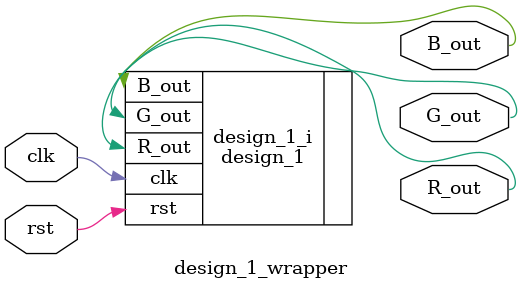
<source format=v>
`timescale 1 ps / 1 ps

module design_1_wrapper
   (B_out,
    G_out,
    R_out,
    clk,
    rst);
  output B_out;
  output G_out;
  output R_out;
  input clk;
  input rst;

  wire B_out;
  wire G_out;
  wire R_out;
  wire clk;
  wire rst;

  design_1 design_1_i
       (.B_out(B_out),
        .G_out(G_out),
        .R_out(R_out),
        .clk(clk),
        .rst(rst));
endmodule

</source>
